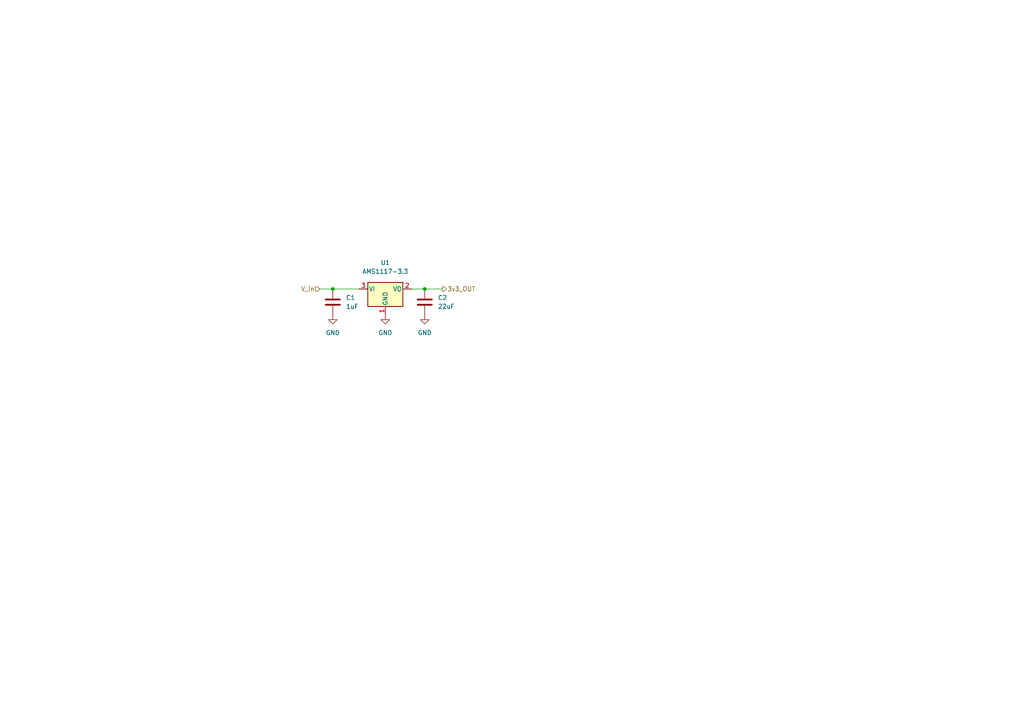
<source format=kicad_sch>
(kicad_sch (version 20211123) (generator eeschema)
  (paper "A4")
  (lib_symbols
    (symbol "Device:C" (pin_numbers hide) (pin_names (offset 0.254))
      (property "Reference" "C" (at 0.635 2.54 0))
      (property "Value" "C" (at 0.635 -2.54 0))
      (symbol "C_0_1"
        (polyline (pts (xy -2.032 -0.762) (xy 2.032 -0.762)) (stroke (width 0.508)))
        (polyline (pts (xy -2.032 0.762) (xy 2.032 0.762)) (stroke (width 0.508)))
      )
      (symbol "C_1_1"
        (pin passive line (at 0 3.81 270) (length 2.794) (name "~") (number "1"))
        (pin passive line (at 0 -3.81 90) (length 2.794) (name "~") (number "2"))
      )
    )
    (symbol "Regulator_Linear:AMS1117-3.3" (pin_names (offset 0.254))
      (property "Reference" "U" (at -3.81 3.175 0))
      (property "Value" "AMS1117-3.3" (at 0 3.175 0))
      (symbol "AMS1117-3.3_0_1"
        (rectangle (start -5.08 -5.08) (end 5.08 1.905) (stroke (width 0.254)) (fill (type background)))
      )
      (symbol "AMS1117-3.3_1_1"
        (pin power_in line (at 0 -7.62 90) (length 2.54) (name "GND") (number "1"))
        (pin power_out line (at 7.62 0 180) (length 2.54) (name "VO") (number "2"))
        (pin power_in line (at -7.62 0 0) (length 2.54) (name "VI") (number "3"))
      )
    )
    (symbol "power:GND" (power) (pin_names (offset 0))
      (property "Value" "GND" (at 0 -3.81 0))
      (symbol "GND_0_1"
        (polyline (pts (xy 0 0) (xy 0 -1.27) (xy 1.27 -1.27) (xy 0 -2.54) (xy -1.27 -1.27) (xy 0 -1.27)))
      )
      (symbol "GND_1_1"
        (pin power_in line (at 0 0 270) (length 0) hide (name "GND") (number "1"))
      )
    )
  )
  (junction (at 96.52 83.82))
  (junction (at 123.19 83.82))
  (wire (pts (xy 123.19 83.82) (xy 119.38 83.82)))
  (wire (pts (xy 92.71 83.82) (xy 96.52 83.82)))
  (wire (pts (xy 96.52 83.82) (xy 104.14 83.82)))
  (wire (pts (xy 128.27 83.82) (xy 123.19 83.82)))
  (hierarchical_label "V_in" (shape input) (at 92.71 83.82 180))
  (hierarchical_label "3v3_OUT" (shape output) (at 128.27 83.82 0))
  (symbol (lib_id "power:GND") (at 96.52 91.44 0) (unit 1)
    (property "Reference" "#PWR01" (effects hide))
    (property "Value" "GND" (at 96.52 96.52 0))
  )
  (symbol (lib_id "Device:C") (at 123.19 87.63 0) (unit 1)
    (property "Reference" "C2" (at 127 86.3599 0) (effects (justify left)))
    (property "Value" "22uF" (at 127 88.8999 0) (effects (justify left)))
    (property "Footprint" "Capacitor_SMD:C_0603_1608Metric_Pad1.08x0.95mm_HandSolder" (effects hide))
  )
  (symbol (lib_id "power:GND") (at 111.76 91.44 0) (unit 1)
    (property "Reference" "#PWR02" (effects hide))
    (property "Value" "GND" (at 111.76 96.52 0))
  )
  (symbol (lib_id "power:GND") (at 123.19 91.44 0) (unit 1)
    (property "Reference" "#PWR03" (effects hide))
    (property "Value" "GND" (at 123.19 96.52 0))
  )
  (symbol (lib_id "Device:C") (at 96.52 87.63 0) (unit 1)
    (property "Reference" "C1" (at 100.33 86.3599 0) (effects (justify left)))
    (property "Value" "1uF" (at 100.33 88.8999 0) (effects (justify left)))
    (property "Footprint" "Capacitor_SMD:C_0603_1608Metric_Pad1.08x0.95mm_HandSolder" (effects hide))
  )
  (symbol (lib_id "Regulator_Linear:AMS1117-3.3") (at 111.76 83.82 0) (unit 1)
    (property "Reference" "U1" (at 111.76 76.2 0))
    (property "Value" "AMS1117-3.3" (at 111.76 78.74 0))
    (property "Footprint" "Package_TO_SOT_SMD:SOT-223-3_TabPin2" (effects hide))
    (property "Datasheet" "http://www.advanced-monolithic.com/pdf/ds1117.pdf" (effects hide))
  )
)
</source>
